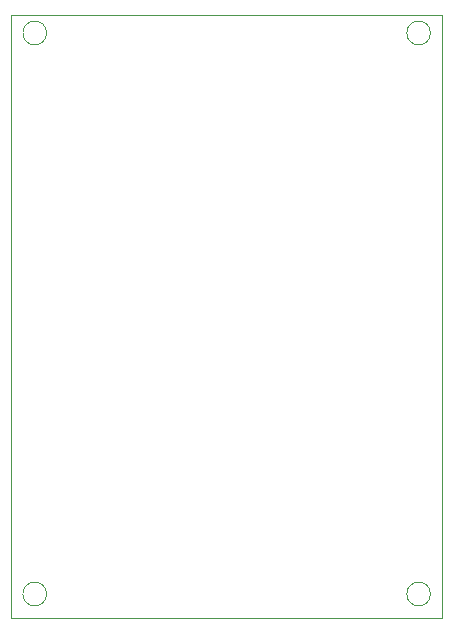
<source format=gm1>
G04 #@! TF.GenerationSoftware,KiCad,Pcbnew,7.0.7*
G04 #@! TF.CreationDate,2024-09-10T18:09:56+02:00*
G04 #@! TF.ProjectId,meteo-home,6d657465-6f2d-4686-9f6d-652e6b696361,rev?*
G04 #@! TF.SameCoordinates,Original*
G04 #@! TF.FileFunction,Profile,NP*
%FSLAX46Y46*%
G04 Gerber Fmt 4.6, Leading zero omitted, Abs format (unit mm)*
G04 Created by KiCad (PCBNEW 7.0.7) date 2024-09-10 18:09:56*
%MOMM*%
%LPD*%
G01*
G04 APERTURE LIST*
G04 #@! TA.AperFunction,Profile*
%ADD10C,0.050000*%
G04 #@! TD*
G04 APERTURE END LIST*
D10*
X108000000Y-51500000D02*
G75*
G03*
X108000000Y-51500000I-1000000J0D01*
G01*
X108000000Y-99000000D02*
G75*
G03*
X108000000Y-99000000I-1000000J0D01*
G01*
X140500000Y-99000000D02*
G75*
G03*
X140500000Y-99000000I-1000000J0D01*
G01*
X140500000Y-51500000D02*
G75*
G03*
X140500000Y-51500000I-1000000J0D01*
G01*
X105000000Y-50000000D02*
X141500000Y-50000000D01*
X141500000Y-101000000D01*
X105000000Y-101000000D01*
X105000000Y-50000000D01*
M02*

</source>
